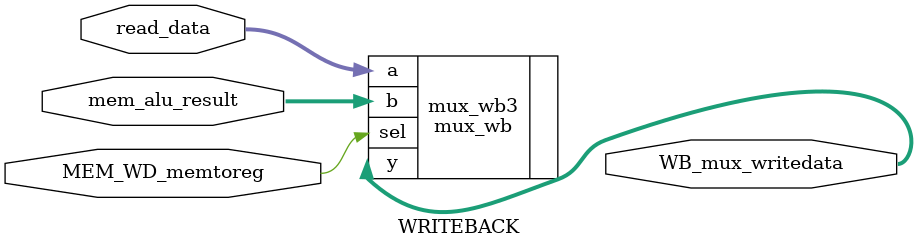
<source format=v>
module WRITEBACK(
        input wire MEM_WD_memtoreg,
        input wire [31:0] read_data, mem_alu_result,
        output wire[31:0] WB_mux_writedata
    );

   mux_wb mux_wb3 (.y(WB_mux_writedata), 
             .a(read_data), 
             .b(mem_alu_result), 
             .sel(MEM_WD_memtoreg));

endmodule
</source>
